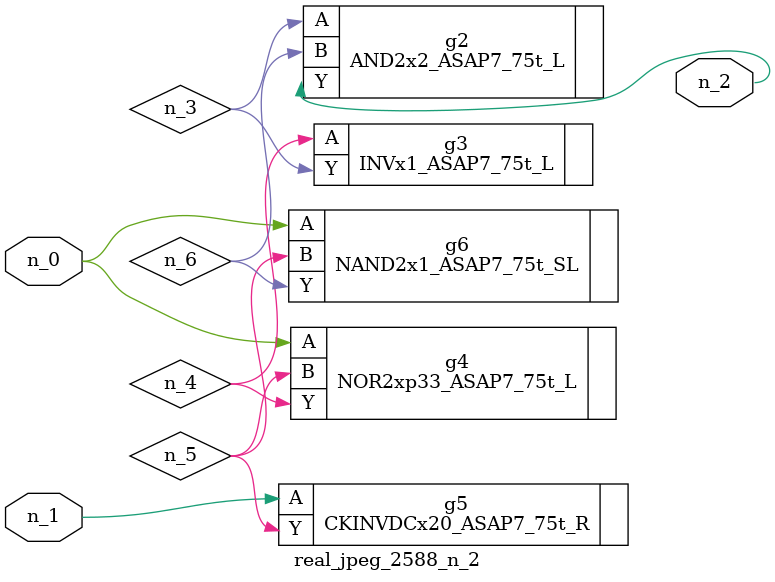
<source format=v>
module real_jpeg_2588_n_2 (n_1, n_0, n_2);

input n_1;
input n_0;

output n_2;

wire n_5;
wire n_4;
wire n_6;
wire n_3;

NOR2xp33_ASAP7_75t_L g4 ( 
.A(n_0),
.B(n_5),
.Y(n_4)
);

NAND2x1_ASAP7_75t_SL g6 ( 
.A(n_0),
.B(n_5),
.Y(n_6)
);

CKINVDCx20_ASAP7_75t_R g5 ( 
.A(n_1),
.Y(n_5)
);

AND2x2_ASAP7_75t_L g2 ( 
.A(n_3),
.B(n_6),
.Y(n_2)
);

INVx1_ASAP7_75t_L g3 ( 
.A(n_4),
.Y(n_3)
);


endmodule
</source>
